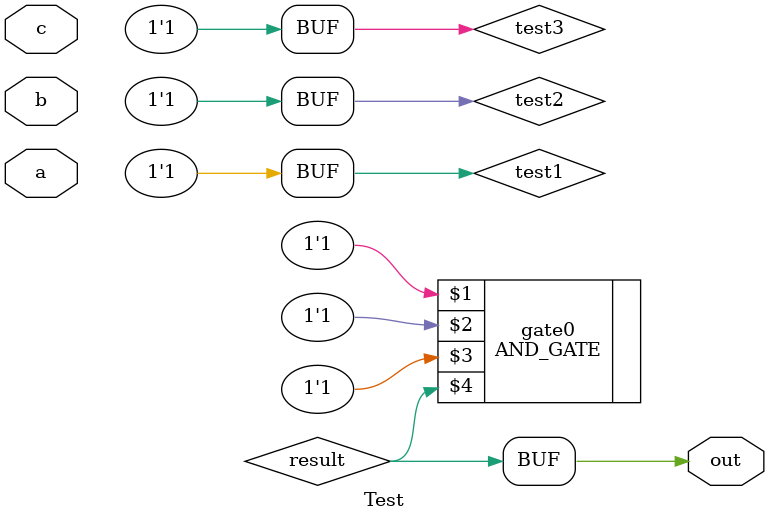
<source format=v>
module Test(a, b, c, out);
	input a, b, c;
	output out;
	wire result;

	reg test1, test2, test3;
	assign test1 = 1;
	assign test2 = 1;
	assign test3 = 1;
	
	AND_GATE gate0(test1, test2, test3, result);

	assign out = result;
endmodule
</source>
